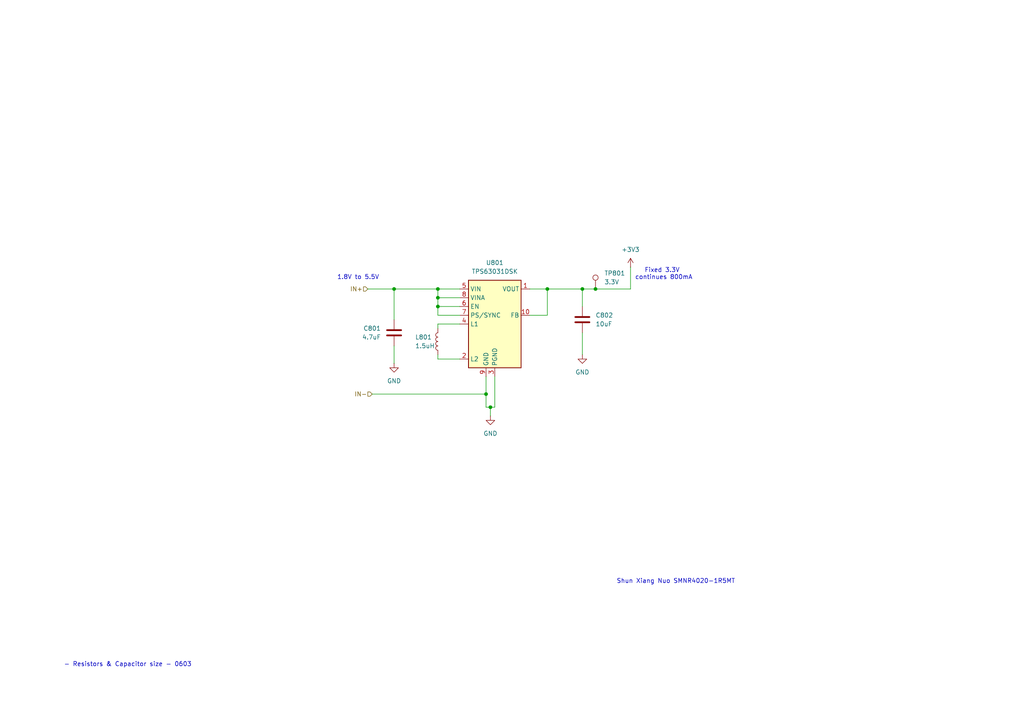
<source format=kicad_sch>
(kicad_sch (version 20250114) (generator "eeschema") (generator_version "9.0")
  (paper "A4")
  (lib_symbols
    (symbol "Connector:TestPoint" (pin_numbers (hide yes)) (pin_names (offset 0.762) (hide yes))
      (property "Reference" "TP" (at 0 6.858 0))
      (property "Value" "TestPoint" (at 0 5.08 0))
      (symbol "TestPoint_0_1"
        (circle (center 0 3.302) (radius 0.762))
      )
      (symbol "TestPoint_1_1"
        (pin passive line (at 0 0 90) (length 2.54) (name "1") (number "1"))
      )
    )
    (symbol "Device:C" (pin_numbers (hide yes)) (pin_names (offset 0.254))
      (property "Reference" "C" (at 0.635 2.54 0))
      (property "Value" "C" (at 0.635 -2.54 0))
      (symbol "C_0_1"
        (polyline (pts (xy -2.032 0.762) (xy 2.032 0.762)) (stroke (width 0.508)))
        (polyline (pts (xy -2.032 -0.762) (xy 2.032 -0.762)) (stroke (width 0.508)))
      )
      (symbol "C_1_1"
        (pin passive line (at 0 3.81 270) (length 2.794) (name "~") (number "1"))
        (pin passive line (at 0 -3.81 90) (length 2.794) (name "~") (number "2"))
      )
    )
    (symbol "Device:L" (pin_numbers (hide yes)) (pin_names (offset 1.016) (hide yes))
      (property "Reference" "L" (at -1.27 0 90))
      (property "Value" "L" (at 1.905 0 90))
      (symbol "L_0_1"
        (arc (start 0 2.54) (mid 0.6323 1.905) (end 0 1.27))
        (arc (start 0 1.27) (mid 0.6323 0.635) (end 0 0))
        (arc (start 0 0) (mid 0.6323 -0.635) (end 0 -1.27))
        (arc (start 0 -1.27) (mid 0.6323 -1.905) (end 0 -2.54))
      )
      (symbol "L_1_1"
        (pin passive line (at 0 3.81 270) (length 1.27) (name "1") (number "1"))
        (pin passive line (at 0 -3.81 90) (length 1.27) (name "2") (number "2"))
      )
    )
    (symbol "Regulator_Switching:TPS63031DSK"
      (property "Reference" "U" (at -7.62 13.97 0))
      (property "Value" "TPS63031DSK" (at 5.08 13.97 0))
      (symbol "TPS63031DSK_0_1"
        (rectangle (start -7.62 12.7) (end 7.62 -12.7) (stroke (width 0.254)) (fill (type background)))
      )
      (symbol "TPS63031DSK_1_1"
        (pin power_in line (at -10.16 10.16 0) (length 2.54) (name "VIN") (number "5"))
        (pin passive line (at -10.16 7.62 0) (length 2.54) (name "VINA") (number "8"))
        (pin input line (at -10.16 5.08 0) (length 2.54) (name "EN") (number "6"))
        (pin input line (at -10.16 2.54 0) (length 2.54) (name "PS/SYNC") (number "7"))
        (pin input line (at -10.16 0 0) (length 2.54) (name "L1") (number "4"))
        (pin input line (at -10.16 -10.16 0) (length 2.54) (name "L2") (number "2"))
        (pin power_in line (at -2.54 -15.24 90) (length 2.54) (name "GND") (number "9"))
        (pin passive line (at 0 -15.24 90) (length 2.54) (hide yes) (name "PGND") (number "11"))
        (pin power_in line (at 0 -15.24 90) (length 2.54) (name "PGND") (number "3"))
        (pin power_out line (at 10.16 10.16 180) (length 2.54) (name "VOUT") (number "1"))
        (pin input line (at 10.16 2.54 180) (length 2.54) (name "FB") (number "10"))
      )
    )
    (symbol "power:+3V3" (power) (pin_numbers (hide yes)) (pin_names (offset 0) (hide yes))
      (property "Value" "+3V3" (at 0 3.556 0))
      (symbol "+3V3_0_1"
        (polyline (pts (xy -0.762 1.27) (xy 0 2.54)))
        (polyline (pts (xy 0 2.54) (xy 0.762 1.27)))
        (polyline (pts (xy 0 0) (xy 0 2.54)))
      )
      (symbol "+3V3_1_1"
        (pin power_in line (at 0 0 90) (length 0) (name "~") (number "1"))
      )
    )
    (symbol "power:GND" (power) (pin_numbers (hide yes)) (pin_names (offset 0) (hide yes))
      (property "Value" "GND" (at 0 -3.81 0))
      (symbol "GND_0_1"
        (polyline (pts (xy 0 0) (xy 0 -1.27) (xy 1.27 -1.27) (xy 0 -2.54) (xy -1.27 -1.27) (xy 0 -1.27)))
      )
      (symbol "GND_1_1"
        (pin power_in line (at 0 0 270) (length 0) (name "~") (number "1"))
      )
    )
  )
  (text "Shun Xiang Nuo SMNR4020-1R5MT\n" (at 178.816 168.656 0) (effects (font (size 1.27 1.27)) (justify left)))
  (text " - Resistors & Capacitor size - 0603" (at 36.576 192.786 0) (effects (font (size 1.27 1.27))))
  (text "1.8V to 5.5V" (at 103.886 80.518 0) (effects (font (size 1.27 1.27))))
  (text "Fixed 3.3V \ncontinues 800mA" (at 192.532 79.502 0) (effects (font (size 1.27 1.27))))
  (junction (at 168.91 83.82))
  (junction (at 158.75 83.82))
  (junction (at 127 88.9))
  (junction (at 114.3 83.82))
  (junction (at 127 86.36))
  (junction (at 142.24 118.11))
  (junction (at 140.97 114.3))
  (junction (at 172.72 83.82))
  (junction (at 127 83.82))
  (wire (pts (xy 182.88 77.47) (xy 182.88 83.82)))
  (wire (pts (xy 168.91 83.82) (xy 172.72 83.82)))
  (wire (pts (xy 107.95 114.3) (xy 140.97 114.3)))
  (wire (pts (xy 140.97 109.22) (xy 140.97 114.3)))
  (wire (pts (xy 168.91 83.82) (xy 158.75 83.82)))
  (wire (pts (xy 142.24 118.11) (xy 143.51 118.11)))
  (wire (pts (xy 168.91 102.87) (xy 168.91 96.52)))
  (wire (pts (xy 158.75 83.82) (xy 153.67 83.82)))
  (wire (pts (xy 127 104.14) (xy 127 102.87)))
  (wire (pts (xy 114.3 83.82) (xy 114.3 92.71)))
  (wire (pts (xy 114.3 83.82) (xy 127 83.82)))
  (wire (pts (xy 127 91.44) (xy 127 88.9)))
  (wire (pts (xy 127 86.36) (xy 133.35 86.36)))
  (wire (pts (xy 106.68 83.82) (xy 114.3 83.82)))
  (wire (pts (xy 158.75 91.44) (xy 158.75 83.82)))
  (wire (pts (xy 127 88.9) (xy 133.35 88.9)))
  (wire (pts (xy 172.72 83.82) (xy 182.88 83.82)))
  (wire (pts (xy 127 93.98) (xy 127 95.25)))
  (wire (pts (xy 127 86.36) (xy 127 83.82)))
  (wire (pts (xy 133.35 93.98) (xy 127 93.98)))
  (wire (pts (xy 127 83.82) (xy 133.35 83.82)))
  (wire (pts (xy 133.35 104.14) (xy 127 104.14)))
  (wire (pts (xy 153.67 91.44) (xy 158.75 91.44)))
  (wire (pts (xy 143.51 118.11) (xy 143.51 109.22)))
  (wire (pts (xy 142.24 120.65) (xy 142.24 118.11)))
  (wire (pts (xy 133.35 91.44) (xy 127 91.44)))
  (wire (pts (xy 140.97 118.11) (xy 142.24 118.11)))
  (wire (pts (xy 127 88.9) (xy 127 86.36)))
  (wire (pts (xy 140.97 114.3) (xy 140.97 118.11)))
  (wire (pts (xy 168.91 88.9) (xy 168.91 83.82)))
  (wire (pts (xy 114.3 100.33) (xy 114.3 105.41)))
  (hierarchical_label "IN+" (shape input) (at 106.68 83.82 180))
  (hierarchical_label "IN-" (shape input) (at 107.95 114.3 180))
  (symbol (lib_id "Regulator_Switching:TPS63031DSK") (at 143.51 93.98 0) (unit 1)
    (property "Reference" "U801" (at 143.51 76.2 0))
    (property "Value" "TPS63031DSK" (at 143.51 78.74 0))
    (property "Footprint" "Package_SON:WSON-10-1EP_2.5x2.5mm_P0.5mm_EP1.2x2mm" (effects (hide yes)))
    (property "Datasheet" "http://www.ti.com/lit/ds/symlink/tps63031.pdf" (effects (hide yes)))
    (property "Description" "Buck-Boost Converter, 1.8-5.5V Input Voltage, 1A Switch Current, 3.3V Output Voltage, VSON-10 (DSK0010A)" (effects (hide yes)))
  )
  (symbol (lib_id "power:GND") (at 114.3 105.41 0) (unit 1)
    (property "Reference" "#PWR0801" (effects (hide yes)))
    (property "Value" "GND" (at 114.3 110.49 0))
    (property "Description" "Power symbol creates a global label with name \"GND\" , ground" (effects (hide yes)))
  )
  (symbol (lib_id "power:+3V3") (at 182.88 77.47 0) (unit 1)
    (property "Reference" "#PWR0804" (effects (hide yes)))
    (property "Value" "+3V3" (at 182.88 72.39 0))
    (property "Description" "Power symbol creates a global label with name \"+3V3\"" (effects (hide yes)))
  )
  (symbol (lib_id "Connector:TestPoint") (at 172.72 83.82 0) (unit 1)
    (property "Reference" "TP801" (at 175.26 79.2479 0) (effects (justify left)))
    (property "Value" "3.3V" (at 175.26 81.7879 0) (effects (justify left)))
    (property "Footprint" "TestPoint:TestPoint_Pad_D1.0mm" (effects (hide yes)))
    (property "Description" "test point" (effects (hide yes)))
  )
  (symbol (lib_id "power:GND") (at 142.24 120.65 0) (unit 1)
    (property "Reference" "#PWR0802" (effects (hide yes)))
    (property "Value" "GND" (at 142.24 125.73 0))
    (property "Description" "Power symbol creates a global label with name \"GND\" , ground" (effects (hide yes)))
  )
  (symbol (lib_id "Device:C") (at 168.91 92.71 0) (unit 1)
    (property "Reference" "C802" (at 172.72 91.4399 0) (effects (justify left)))
    (property "Value" "10uF" (at 172.72 93.9799 0) (effects (justify left)))
    (property "Footprint" "Capacitor_SMD:C_0603_1608Metric_Pad1.08x0.95mm_HandSolder" (effects (hide yes)))
    (property "Description" "Unpolarized capacitor" (effects (hide yes)))
  )
  (symbol (lib_id "Device:L") (at 127 99.06 0) (mirror y) (unit 1)
    (property "Reference" "L801" (at 120.396 97.79 0) (effects (justify right)))
    (property "Value" "1.5uH" (at 120.396 100.33 0) (effects (justify right)))
    (property "Footprint" "Inductor_SMD_Wurth:L_Wurth_WE-LQSH-4020" (effects (hide yes)))
    (property "Description" "Inductor" (effects (hide yes)))
  )
  (symbol (lib_id "Device:C") (at 114.3 96.52 0) (mirror y) (unit 1)
    (property "Reference" "C801" (at 110.49 95.2499 0) (effects (justify left)))
    (property "Value" "4.7uF" (at 110.49 97.7899 0) (effects (justify left)))
    (property "Footprint" "Capacitor_SMD:C_0603_1608Metric_Pad1.08x0.95mm_HandSolder" (effects (hide yes)))
    (property "Description" "Unpolarized capacitor" (effects (hide yes)))
  )
  (symbol (lib_id "power:GND") (at 168.91 102.87 0) (unit 1)
    (property "Reference" "#PWR0803" (effects (hide yes)))
    (property "Value" "GND" (at 168.91 107.95 0))
    (property "Description" "Power symbol creates a global label with name \"GND\" , ground" (effects (hide yes)))
  )
)
</source>
